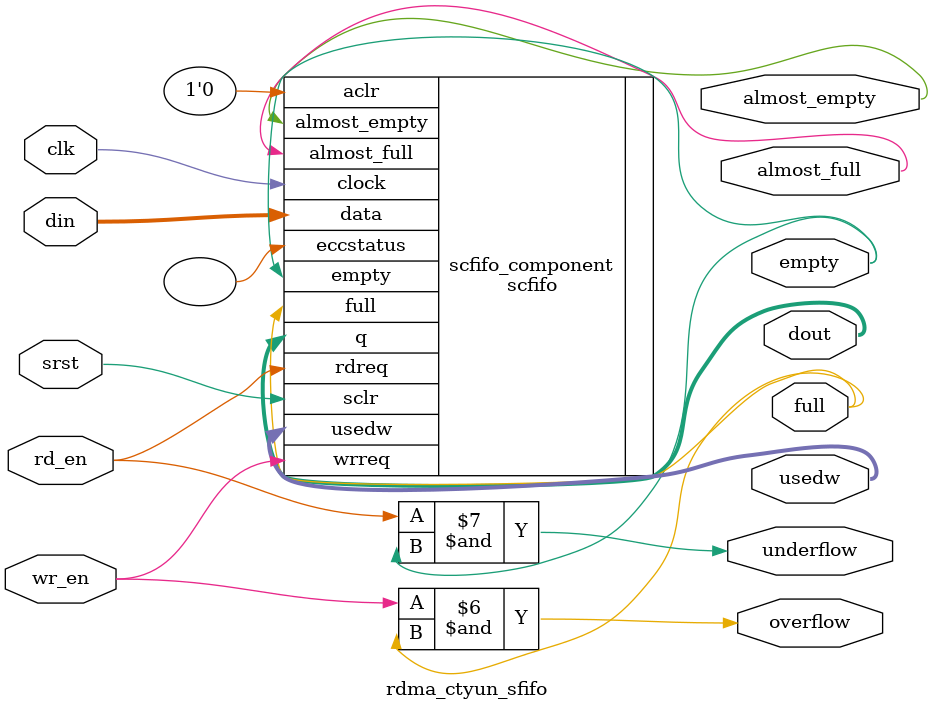
<source format=v>

module rdma_ctyun_sfifo #(
    parameter DATA_WIDTH      = 32,
    parameter DEPTH           = 256,
    parameter ADD_RAM_OUT_REG = "ON",       //! ON  or OFF
    parameter ALMOST_MTY_VAL  = 2,
    parameter ALMOST_FULL_VAL = DEPTH - 2,
    parameter SHOW_AHEAD      = "ON",       //! ON or OFF
    parameter RAM_BLK_STYLE   = "AUTO"      //! AUTO, M20K or MLAB
) (
    input                          clk         ,
    input                          srst        ,
    input                          wr_en       ,
    output                         full        ,
    input      [ DATA_WIDTH - 1:0] din         ,
    input                          rd_en       ,
    output                         empty       ,
    output     [   DATA_WIDTH-1:0] dout        ,
    output                         almost_empty,
    output                         almost_full ,
    output     [$clog2(DEPTH)-1:0] usedw       ,
    output                         overflow    ,
    output                         underflow
);

    localparam ADDR_WIDTH      = $clog2(DEPTH);
    localparam HINT            = RAM_BLK_STYLE == "M20K" ? "RAM_BLOCK_TYPE=M20K" : (RAM_BLK_STYLE == "MLAB" ? "RAM_BLOCK_TYPE=MLAB": "");

    reg wren_r;
    reg [DATA_WIDTH-1:0] data_r;

    always @(posedge clk ) begin
        if(srst)begin
            wren_r <= 1'b0;
        end else if(wr_en & full & ~wren_r) begin
            wren_r <= 1'b1;
            data_r <= din;
        end else if(~full)begin
            wren_r <= 1'b0;
        end
    end

    assign overflow = wr_en & full;
    assign underflow = rd_en & empty;

    scfifo scfifo_component (
        .clock       (clk         ),
        .data        (din         ),
        .rdreq       (rd_en       ),
        .sclr        (srst        ),
        .wrreq       (wr_en       ),
        .almost_empty(almost_empty),
        .almost_full (almost_full ),
        .empty       (empty       ),
        .full        (full        ),
        .q           (dout        ),
        .usedw       (usedw       ),
        .aclr        (1'b0        ),
        .eccstatus   (            )
    );
    defparam
        scfifo_component.add_ram_output_register = ADD_RAM_OUT_REG,
        scfifo_component.almost_empty_value      = ALMOST_MTY_VAL,
        scfifo_component.almost_full_value       = ALMOST_FULL_VAL,
        scfifo_component.enable_ecc              = "FALSE",
        scfifo_component.intended_device_family  = "Agilex",
        scfifo_component.lpm_hint                = HINT,
        scfifo_component.lpm_numwords            = DEPTH,
        scfifo_component.lpm_showahead           = SHOW_AHEAD,
        scfifo_component.lpm_type                = "scfifo",
        scfifo_component.lpm_width               = DATA_WIDTH,
        scfifo_component.lpm_widthu              = ADDR_WIDTH,
        scfifo_component.overflow_checking       = "ON",
        scfifo_component.underflow_checking      = "ON",
        scfifo_component.use_eab                 = "ON";


endmodule
</source>
